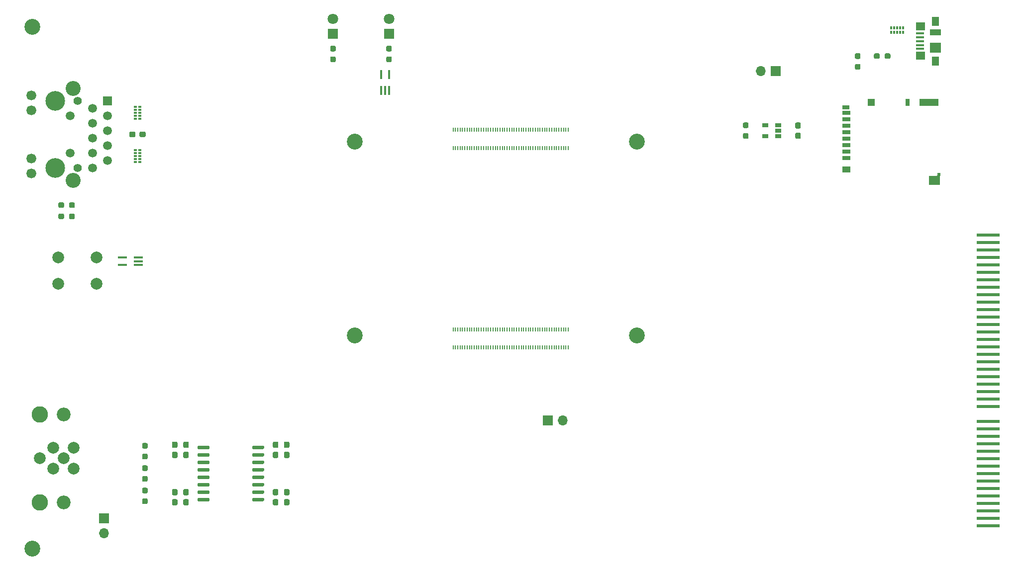
<source format=gbr>
%TF.GenerationSoftware,KiCad,Pcbnew,5.1.9+dfsg1-1~bpo10+1*%
%TF.CreationDate,2021-06-04T12:04:03+02:00*%
%TF.ProjectId,vacctrl_rpi,76616363-7472-46c5-9f72-70692e6b6963,1.0*%
%TF.SameCoordinates,Original*%
%TF.FileFunction,Soldermask,Top*%
%TF.FilePolarity,Negative*%
%FSLAX46Y46*%
G04 Gerber Fmt 4.6, Leading zero omitted, Abs format (unit mm)*
G04 Created by KiCad (PCBNEW 5.1.9+dfsg1-1~bpo10+1) date 2021-06-04 12:04:03*
%MOMM*%
%LPD*%
G01*
G04 APERTURE LIST*
%ADD10C,1.680000*%
%ADD11C,1.508000*%
%ADD12C,1.408000*%
%ADD13R,1.508000X1.508000*%
%ADD14C,2.550000*%
%ADD15C,3.350000*%
%ADD16O,1.700000X1.700000*%
%ADD17R,1.700000X1.700000*%
%ADD18C,0.100000*%
%ADD19R,0.800000X1.200000*%
%ADD20R,0.500000X0.500000*%
%ADD21R,1.400000X0.700000*%
%ADD22R,1.200000X0.700000*%
%ADD23R,3.200000X1.200000*%
%ADD24R,1.200000X1.200000*%
%ADD25R,1.400000X1.000000*%
%ADD26R,1.900000X1.500000*%
%ADD27C,2.700000*%
%ADD28R,0.200000X0.700000*%
%ADD29R,0.550000X0.400000*%
%ADD30R,0.550000X0.300000*%
%ADD31C,2.000000*%
%ADD32C,2.800000*%
%ADD33C,2.350000*%
%ADD34R,4.000000X0.560000*%
%ADD35R,0.400000X0.550000*%
%ADD36R,0.300000X0.550000*%
%ADD37R,1.500000X0.400000*%
%ADD38R,1.060000X0.650000*%
%ADD39R,1.900000X1.000000*%
%ADD40R,1.900000X1.800000*%
%ADD41R,1.300000X1.650000*%
%ADD42R,1.550000X1.425000*%
%ADD43R,1.380000X0.450000*%
%ADD44R,0.400000X1.500000*%
%ADD45C,1.800000*%
%ADD46R,1.800000X1.800000*%
G04 APERTURE END LIST*
D10*
%TO.C,J7*%
X67060000Y-82840000D03*
X67060000Y-80300000D03*
X67060000Y-72100000D03*
X67060000Y-69560000D03*
D11*
X73680000Y-79375000D03*
D12*
X74950000Y-81915000D03*
X74950000Y-70485000D03*
D11*
X73680000Y-73025000D03*
X77470000Y-81915000D03*
X80010000Y-80645000D03*
X77470000Y-79375000D03*
X80010000Y-78105000D03*
X77470000Y-76835000D03*
X80010000Y-75565000D03*
X77470000Y-74295000D03*
X80010000Y-73025000D03*
X77470000Y-71755000D03*
D13*
X80010000Y-70485000D03*
D14*
X74170000Y-84050000D03*
X74170000Y-68350000D03*
D15*
X71120000Y-81915000D03*
X71120000Y-70485000D03*
%TD*%
D16*
%TO.C,JP2*%
X191135000Y-65405000D03*
D17*
X193675000Y-65405000D03*
%TD*%
D16*
%TO.C,J4*%
X157480000Y-124904500D03*
D17*
X154940000Y-124904500D03*
%TD*%
D18*
%TO.C,J1*%
G36*
X221326421Y-83295000D02*
G01*
X221185000Y-83436421D01*
X221043579Y-83295000D01*
X221185000Y-83153579D01*
X221326421Y-83295000D01*
G37*
D19*
X216135000Y-70745000D03*
D20*
X221435000Y-83045000D03*
D21*
X205735000Y-72545000D03*
X205735000Y-73645000D03*
X205735000Y-74745000D03*
X205735000Y-75845000D03*
X205735000Y-76945000D03*
X205735000Y-78045000D03*
X205735000Y-79145000D03*
D22*
X205635000Y-71595000D03*
D23*
X219735000Y-70745000D03*
D24*
X209935000Y-70745000D03*
D25*
X205735000Y-82145000D03*
D26*
X220735000Y-84045000D03*
D21*
X205735000Y-80245000D03*
%TD*%
D27*
%TO.C,U3*%
X122090000Y-110480000D03*
X122090000Y-77480000D03*
X170090000Y-77480000D03*
X170090000Y-110480000D03*
D28*
X138790000Y-78520000D03*
X138790000Y-75440000D03*
X139190000Y-78520000D03*
X139190000Y-75440000D03*
X139590000Y-78520000D03*
X139590000Y-75440000D03*
X139990000Y-78520000D03*
X139990000Y-75440000D03*
X140390000Y-78520000D03*
X140390000Y-75440000D03*
X140790000Y-78520000D03*
X140790000Y-75440000D03*
X141190000Y-78520000D03*
X141190000Y-75440000D03*
X141590000Y-78520000D03*
X141590000Y-75440000D03*
X141990000Y-78520000D03*
X141990000Y-75440000D03*
X142390000Y-78520000D03*
X142390000Y-75440000D03*
X142790000Y-78520000D03*
X142790000Y-75440000D03*
X143190000Y-78520000D03*
X143190000Y-75440000D03*
X143590000Y-78520000D03*
X143590000Y-75440000D03*
X143990000Y-78520000D03*
X143990000Y-75440000D03*
X144390000Y-78520000D03*
X144390000Y-75440000D03*
X144790000Y-78520000D03*
X144790000Y-75440000D03*
X145190000Y-78520000D03*
X145190000Y-75440000D03*
X145590000Y-78520000D03*
X145590000Y-75440000D03*
X145990000Y-78520000D03*
X145990000Y-75440000D03*
X146390000Y-78520000D03*
X146390000Y-75440000D03*
X146790000Y-78520000D03*
X146790000Y-75440000D03*
X147190000Y-78520000D03*
X147190000Y-75440000D03*
X147590000Y-78520000D03*
X147590000Y-75440000D03*
X147990000Y-78520000D03*
X147990000Y-75440000D03*
X148390000Y-78520000D03*
X148390000Y-75440000D03*
X148790000Y-78520000D03*
X148790000Y-75440000D03*
X149190000Y-78520000D03*
X149190000Y-75440000D03*
X149590000Y-78520000D03*
X149590000Y-75440000D03*
X149990000Y-78520000D03*
X149990000Y-75440000D03*
X150390000Y-78520000D03*
X150390000Y-75440000D03*
X150790000Y-78520000D03*
X150790000Y-75440000D03*
X151190000Y-78520000D03*
X151190000Y-75440000D03*
X151590000Y-78520000D03*
X151590000Y-75440000D03*
X151990000Y-78520000D03*
X151990000Y-75440000D03*
X152390000Y-78520000D03*
X152390000Y-75440000D03*
X152790000Y-78520000D03*
X152790000Y-75440000D03*
X153190000Y-78520000D03*
X153190000Y-75440000D03*
X153590000Y-78520000D03*
X153590000Y-75440000D03*
X153990000Y-78520000D03*
X153990000Y-75440000D03*
X154390000Y-78520000D03*
X154390000Y-75440000D03*
X154790000Y-78520000D03*
X154790000Y-75440000D03*
X155190000Y-78520000D03*
X155190000Y-75440000D03*
X155590000Y-78520000D03*
X155590000Y-75440000D03*
X155990000Y-78520000D03*
X155990000Y-75440000D03*
X156390000Y-78520000D03*
X156390000Y-75440000D03*
X156790000Y-78520000D03*
X156790000Y-75440000D03*
X157190000Y-78520000D03*
X157190000Y-75440000D03*
X157590000Y-78520000D03*
X157590000Y-75440000D03*
X157990000Y-78520000D03*
X157990000Y-75440000D03*
X158390000Y-78520000D03*
X158390000Y-75440000D03*
X153590000Y-109440000D03*
X153190000Y-109440000D03*
X155190000Y-109440000D03*
X150790000Y-112520000D03*
X154790000Y-112520000D03*
X150390000Y-112520000D03*
X156390000Y-109440000D03*
X158390000Y-109440000D03*
X149190000Y-109440000D03*
X148390000Y-109440000D03*
X151990000Y-112520000D03*
X151190000Y-109440000D03*
X151590000Y-109440000D03*
X154390000Y-112520000D03*
X157990000Y-112520000D03*
X154790000Y-109440000D03*
X155190000Y-112520000D03*
X152790000Y-112520000D03*
X152390000Y-109440000D03*
X153990000Y-112520000D03*
X151190000Y-112520000D03*
X149990000Y-112520000D03*
X155990000Y-112520000D03*
X158390000Y-112520000D03*
X157990000Y-109440000D03*
X157590000Y-112520000D03*
X157190000Y-109440000D03*
X156390000Y-112520000D03*
X148790000Y-109440000D03*
X151590000Y-112520000D03*
X156790000Y-109440000D03*
X153990000Y-109440000D03*
X148790000Y-112520000D03*
X152790000Y-109440000D03*
X156790000Y-112520000D03*
X157590000Y-109440000D03*
X157190000Y-112520000D03*
X152390000Y-112520000D03*
X155990000Y-109440000D03*
X149590000Y-112520000D03*
X150790000Y-109440000D03*
X148390000Y-112520000D03*
X153590000Y-112520000D03*
X155590000Y-112520000D03*
X153190000Y-112520000D03*
X150390000Y-109440000D03*
X149990000Y-109440000D03*
X155590000Y-109440000D03*
X149590000Y-109440000D03*
X151990000Y-109440000D03*
X149190000Y-112520000D03*
X154390000Y-109440000D03*
X147190000Y-112520000D03*
X145190000Y-109440000D03*
X138790000Y-109440000D03*
X139990000Y-112520000D03*
X139590000Y-109440000D03*
X146790000Y-112520000D03*
X143190000Y-112520000D03*
X146390000Y-109440000D03*
X146390000Y-112520000D03*
X145990000Y-109440000D03*
X145590000Y-112520000D03*
X144390000Y-112520000D03*
X141190000Y-112520000D03*
X145990000Y-112520000D03*
X145590000Y-109440000D03*
X145190000Y-112520000D03*
X143990000Y-112520000D03*
X144790000Y-109440000D03*
X143590000Y-112520000D03*
X139990000Y-109440000D03*
X144790000Y-112520000D03*
X144390000Y-109440000D03*
X142390000Y-112520000D03*
X141990000Y-109440000D03*
X140790000Y-109440000D03*
X143990000Y-109440000D03*
X143590000Y-109440000D03*
X141590000Y-112520000D03*
X143190000Y-109440000D03*
X142390000Y-109440000D03*
X142790000Y-112520000D03*
X141190000Y-109440000D03*
X140390000Y-112520000D03*
X139590000Y-112520000D03*
X138790000Y-112520000D03*
X140390000Y-109440000D03*
X146790000Y-109440000D03*
X142790000Y-109440000D03*
X139190000Y-109440000D03*
X141590000Y-109440000D03*
X140790000Y-112520000D03*
X141990000Y-112520000D03*
X139190000Y-112520000D03*
X147990000Y-109440000D03*
X147990000Y-112520000D03*
X147590000Y-109440000D03*
X147590000Y-112520000D03*
X147190000Y-109440000D03*
%TD*%
%TO.C,R8*%
G36*
G01*
X86597500Y-133560000D02*
X86122500Y-133560000D01*
G75*
G02*
X85885000Y-133322500I0J237500D01*
G01*
X85885000Y-132822500D01*
G75*
G02*
X86122500Y-132585000I237500J0D01*
G01*
X86597500Y-132585000D01*
G75*
G02*
X86835000Y-132822500I0J-237500D01*
G01*
X86835000Y-133322500D01*
G75*
G02*
X86597500Y-133560000I-237500J0D01*
G01*
G37*
G36*
G01*
X86597500Y-135385000D02*
X86122500Y-135385000D01*
G75*
G02*
X85885000Y-135147500I0J237500D01*
G01*
X85885000Y-134647500D01*
G75*
G02*
X86122500Y-134410000I237500J0D01*
G01*
X86597500Y-134410000D01*
G75*
G02*
X86835000Y-134647500I0J-237500D01*
G01*
X86835000Y-135147500D01*
G75*
G02*
X86597500Y-135385000I-237500J0D01*
G01*
G37*
%TD*%
D29*
%TO.C,U8*%
X84705000Y-72517000D03*
D30*
X84705000Y-73517000D03*
X84705000Y-72017000D03*
X84705000Y-71517000D03*
X84705000Y-73017000D03*
X85475000Y-71517000D03*
X85475000Y-72017000D03*
D29*
X85475000Y-72517000D03*
D30*
X85475000Y-73017000D03*
X85475000Y-73517000D03*
%TD*%
D29*
%TO.C,U7*%
X84705000Y-79883000D03*
D30*
X84705000Y-80883000D03*
X84705000Y-79383000D03*
X84705000Y-78883000D03*
X84705000Y-80383000D03*
X85475000Y-78883000D03*
X85475000Y-79383000D03*
D29*
X85475000Y-79883000D03*
D30*
X85475000Y-80383000D03*
X85475000Y-80883000D03*
%TD*%
%TO.C,U5*%
G36*
G01*
X97340000Y-138280000D02*
X97340000Y-138580000D01*
G75*
G02*
X97190000Y-138730000I-150000J0D01*
G01*
X95440000Y-138730000D01*
G75*
G02*
X95290000Y-138580000I0J150000D01*
G01*
X95290000Y-138280000D01*
G75*
G02*
X95440000Y-138130000I150000J0D01*
G01*
X97190000Y-138130000D01*
G75*
G02*
X97340000Y-138280000I0J-150000D01*
G01*
G37*
G36*
G01*
X97340000Y-137010000D02*
X97340000Y-137310000D01*
G75*
G02*
X97190000Y-137460000I-150000J0D01*
G01*
X95440000Y-137460000D01*
G75*
G02*
X95290000Y-137310000I0J150000D01*
G01*
X95290000Y-137010000D01*
G75*
G02*
X95440000Y-136860000I150000J0D01*
G01*
X97190000Y-136860000D01*
G75*
G02*
X97340000Y-137010000I0J-150000D01*
G01*
G37*
G36*
G01*
X97340000Y-135740000D02*
X97340000Y-136040000D01*
G75*
G02*
X97190000Y-136190000I-150000J0D01*
G01*
X95440000Y-136190000D01*
G75*
G02*
X95290000Y-136040000I0J150000D01*
G01*
X95290000Y-135740000D01*
G75*
G02*
X95440000Y-135590000I150000J0D01*
G01*
X97190000Y-135590000D01*
G75*
G02*
X97340000Y-135740000I0J-150000D01*
G01*
G37*
G36*
G01*
X97340000Y-134470000D02*
X97340000Y-134770000D01*
G75*
G02*
X97190000Y-134920000I-150000J0D01*
G01*
X95440000Y-134920000D01*
G75*
G02*
X95290000Y-134770000I0J150000D01*
G01*
X95290000Y-134470000D01*
G75*
G02*
X95440000Y-134320000I150000J0D01*
G01*
X97190000Y-134320000D01*
G75*
G02*
X97340000Y-134470000I0J-150000D01*
G01*
G37*
G36*
G01*
X97340000Y-133200000D02*
X97340000Y-133500000D01*
G75*
G02*
X97190000Y-133650000I-150000J0D01*
G01*
X95440000Y-133650000D01*
G75*
G02*
X95290000Y-133500000I0J150000D01*
G01*
X95290000Y-133200000D01*
G75*
G02*
X95440000Y-133050000I150000J0D01*
G01*
X97190000Y-133050000D01*
G75*
G02*
X97340000Y-133200000I0J-150000D01*
G01*
G37*
G36*
G01*
X97340000Y-131930000D02*
X97340000Y-132230000D01*
G75*
G02*
X97190000Y-132380000I-150000J0D01*
G01*
X95440000Y-132380000D01*
G75*
G02*
X95290000Y-132230000I0J150000D01*
G01*
X95290000Y-131930000D01*
G75*
G02*
X95440000Y-131780000I150000J0D01*
G01*
X97190000Y-131780000D01*
G75*
G02*
X97340000Y-131930000I0J-150000D01*
G01*
G37*
G36*
G01*
X97340000Y-130660000D02*
X97340000Y-130960000D01*
G75*
G02*
X97190000Y-131110000I-150000J0D01*
G01*
X95440000Y-131110000D01*
G75*
G02*
X95290000Y-130960000I0J150000D01*
G01*
X95290000Y-130660000D01*
G75*
G02*
X95440000Y-130510000I150000J0D01*
G01*
X97190000Y-130510000D01*
G75*
G02*
X97340000Y-130660000I0J-150000D01*
G01*
G37*
G36*
G01*
X97340000Y-129390000D02*
X97340000Y-129690000D01*
G75*
G02*
X97190000Y-129840000I-150000J0D01*
G01*
X95440000Y-129840000D01*
G75*
G02*
X95290000Y-129690000I0J150000D01*
G01*
X95290000Y-129390000D01*
G75*
G02*
X95440000Y-129240000I150000J0D01*
G01*
X97190000Y-129240000D01*
G75*
G02*
X97340000Y-129390000I0J-150000D01*
G01*
G37*
G36*
G01*
X106640000Y-129390000D02*
X106640000Y-129690000D01*
G75*
G02*
X106490000Y-129840000I-150000J0D01*
G01*
X104740000Y-129840000D01*
G75*
G02*
X104590000Y-129690000I0J150000D01*
G01*
X104590000Y-129390000D01*
G75*
G02*
X104740000Y-129240000I150000J0D01*
G01*
X106490000Y-129240000D01*
G75*
G02*
X106640000Y-129390000I0J-150000D01*
G01*
G37*
G36*
G01*
X106640000Y-130660000D02*
X106640000Y-130960000D01*
G75*
G02*
X106490000Y-131110000I-150000J0D01*
G01*
X104740000Y-131110000D01*
G75*
G02*
X104590000Y-130960000I0J150000D01*
G01*
X104590000Y-130660000D01*
G75*
G02*
X104740000Y-130510000I150000J0D01*
G01*
X106490000Y-130510000D01*
G75*
G02*
X106640000Y-130660000I0J-150000D01*
G01*
G37*
G36*
G01*
X106640000Y-131930000D02*
X106640000Y-132230000D01*
G75*
G02*
X106490000Y-132380000I-150000J0D01*
G01*
X104740000Y-132380000D01*
G75*
G02*
X104590000Y-132230000I0J150000D01*
G01*
X104590000Y-131930000D01*
G75*
G02*
X104740000Y-131780000I150000J0D01*
G01*
X106490000Y-131780000D01*
G75*
G02*
X106640000Y-131930000I0J-150000D01*
G01*
G37*
G36*
G01*
X106640000Y-133200000D02*
X106640000Y-133500000D01*
G75*
G02*
X106490000Y-133650000I-150000J0D01*
G01*
X104740000Y-133650000D01*
G75*
G02*
X104590000Y-133500000I0J150000D01*
G01*
X104590000Y-133200000D01*
G75*
G02*
X104740000Y-133050000I150000J0D01*
G01*
X106490000Y-133050000D01*
G75*
G02*
X106640000Y-133200000I0J-150000D01*
G01*
G37*
G36*
G01*
X106640000Y-134470000D02*
X106640000Y-134770000D01*
G75*
G02*
X106490000Y-134920000I-150000J0D01*
G01*
X104740000Y-134920000D01*
G75*
G02*
X104590000Y-134770000I0J150000D01*
G01*
X104590000Y-134470000D01*
G75*
G02*
X104740000Y-134320000I150000J0D01*
G01*
X106490000Y-134320000D01*
G75*
G02*
X106640000Y-134470000I0J-150000D01*
G01*
G37*
G36*
G01*
X106640000Y-135740000D02*
X106640000Y-136040000D01*
G75*
G02*
X106490000Y-136190000I-150000J0D01*
G01*
X104740000Y-136190000D01*
G75*
G02*
X104590000Y-136040000I0J150000D01*
G01*
X104590000Y-135740000D01*
G75*
G02*
X104740000Y-135590000I150000J0D01*
G01*
X106490000Y-135590000D01*
G75*
G02*
X106640000Y-135740000I0J-150000D01*
G01*
G37*
G36*
G01*
X106640000Y-137010000D02*
X106640000Y-137310000D01*
G75*
G02*
X106490000Y-137460000I-150000J0D01*
G01*
X104740000Y-137460000D01*
G75*
G02*
X104590000Y-137310000I0J150000D01*
G01*
X104590000Y-137010000D01*
G75*
G02*
X104740000Y-136860000I150000J0D01*
G01*
X106490000Y-136860000D01*
G75*
G02*
X106640000Y-137010000I0J-150000D01*
G01*
G37*
G36*
G01*
X106640000Y-138280000D02*
X106640000Y-138580000D01*
G75*
G02*
X106490000Y-138730000I-150000J0D01*
G01*
X104740000Y-138730000D01*
G75*
G02*
X104590000Y-138580000I0J150000D01*
G01*
X104590000Y-138280000D01*
G75*
G02*
X104740000Y-138130000I150000J0D01*
G01*
X106490000Y-138130000D01*
G75*
G02*
X106640000Y-138280000I0J-150000D01*
G01*
G37*
%TD*%
%TO.C,R9*%
G36*
G01*
X86597500Y-129750000D02*
X86122500Y-129750000D01*
G75*
G02*
X85885000Y-129512500I0J237500D01*
G01*
X85885000Y-129012500D01*
G75*
G02*
X86122500Y-128775000I237500J0D01*
G01*
X86597500Y-128775000D01*
G75*
G02*
X86835000Y-129012500I0J-237500D01*
G01*
X86835000Y-129512500D01*
G75*
G02*
X86597500Y-129750000I-237500J0D01*
G01*
G37*
G36*
G01*
X86597500Y-131575000D02*
X86122500Y-131575000D01*
G75*
G02*
X85885000Y-131337500I0J237500D01*
G01*
X85885000Y-130837500D01*
G75*
G02*
X86122500Y-130600000I237500J0D01*
G01*
X86597500Y-130600000D01*
G75*
G02*
X86835000Y-130837500I0J-237500D01*
G01*
X86835000Y-131337500D01*
G75*
G02*
X86597500Y-131575000I-237500J0D01*
G01*
G37*
%TD*%
%TO.C,R7*%
G36*
G01*
X86597500Y-137370000D02*
X86122500Y-137370000D01*
G75*
G02*
X85885000Y-137132500I0J237500D01*
G01*
X85885000Y-136632500D01*
G75*
G02*
X86122500Y-136395000I237500J0D01*
G01*
X86597500Y-136395000D01*
G75*
G02*
X86835000Y-136632500I0J-237500D01*
G01*
X86835000Y-137132500D01*
G75*
G02*
X86597500Y-137370000I-237500J0D01*
G01*
G37*
G36*
G01*
X86597500Y-139195000D02*
X86122500Y-139195000D01*
G75*
G02*
X85885000Y-138957500I0J237500D01*
G01*
X85885000Y-138457500D01*
G75*
G02*
X86122500Y-138220000I237500J0D01*
G01*
X86597500Y-138220000D01*
G75*
G02*
X86835000Y-138457500I0J-237500D01*
G01*
X86835000Y-138957500D01*
G75*
G02*
X86597500Y-139195000I-237500J0D01*
G01*
G37*
%TD*%
%TO.C,R4*%
G36*
G01*
X72600000Y-89932500D02*
X72600000Y-90407500D01*
G75*
G02*
X72362500Y-90645000I-237500J0D01*
G01*
X71862500Y-90645000D01*
G75*
G02*
X71625000Y-90407500I0J237500D01*
G01*
X71625000Y-89932500D01*
G75*
G02*
X71862500Y-89695000I237500J0D01*
G01*
X72362500Y-89695000D01*
G75*
G02*
X72600000Y-89932500I0J-237500D01*
G01*
G37*
G36*
G01*
X74425000Y-89932500D02*
X74425000Y-90407500D01*
G75*
G02*
X74187500Y-90645000I-237500J0D01*
G01*
X73687500Y-90645000D01*
G75*
G02*
X73450000Y-90407500I0J237500D01*
G01*
X73450000Y-89932500D01*
G75*
G02*
X73687500Y-89695000I237500J0D01*
G01*
X74187500Y-89695000D01*
G75*
G02*
X74425000Y-89932500I0J-237500D01*
G01*
G37*
%TD*%
%TO.C,R3*%
G36*
G01*
X73450000Y-88502500D02*
X73450000Y-88027500D01*
G75*
G02*
X73687500Y-87790000I237500J0D01*
G01*
X74187500Y-87790000D01*
G75*
G02*
X74425000Y-88027500I0J-237500D01*
G01*
X74425000Y-88502500D01*
G75*
G02*
X74187500Y-88740000I-237500J0D01*
G01*
X73687500Y-88740000D01*
G75*
G02*
X73450000Y-88502500I0J237500D01*
G01*
G37*
G36*
G01*
X71625000Y-88502500D02*
X71625000Y-88027500D01*
G75*
G02*
X71862500Y-87790000I237500J0D01*
G01*
X72362500Y-87790000D01*
G75*
G02*
X72600000Y-88027500I0J-237500D01*
G01*
X72600000Y-88502500D01*
G75*
G02*
X72362500Y-88740000I-237500J0D01*
G01*
X71862500Y-88740000D01*
G75*
G02*
X71625000Y-88502500I0J237500D01*
G01*
G37*
%TD*%
D16*
%TO.C,JP1*%
X79375000Y-144145000D03*
D17*
X79375000Y-141605000D03*
%TD*%
D31*
%TO.C,J6*%
X68500000Y-131400000D03*
D32*
X68500000Y-138900000D03*
X68500000Y-123900000D03*
D33*
X72500000Y-138900000D03*
X72500000Y-123900000D03*
D31*
X72500000Y-131400000D03*
X70732233Y-129632233D03*
X70732233Y-133167767D03*
X74267767Y-133167767D03*
X74267767Y-129632233D03*
%TD*%
D34*
%TO.C,J5*%
X229830000Y-93335000D03*
X229830000Y-94605000D03*
X229830000Y-95875000D03*
X229830000Y-97145000D03*
X229830000Y-98415000D03*
X229830000Y-99685000D03*
X229830000Y-100955000D03*
X229830000Y-102225000D03*
X229830000Y-103495000D03*
X229830000Y-104765000D03*
X229830000Y-106035000D03*
X229830000Y-107305000D03*
X229830000Y-108575000D03*
X229830000Y-109845000D03*
X229830000Y-111115000D03*
X229830000Y-112385000D03*
X229830000Y-113655000D03*
X229830000Y-114925000D03*
X229830000Y-116195000D03*
X229830000Y-117465000D03*
X229830000Y-118735000D03*
X229830000Y-120005000D03*
X229830000Y-121275000D03*
X229830000Y-122545000D03*
X229830000Y-125085000D03*
X229830000Y-126355000D03*
X229830000Y-127625000D03*
X229830000Y-128895000D03*
X229830000Y-130165000D03*
X229830000Y-131435000D03*
X229830000Y-132705000D03*
X229830000Y-133975000D03*
X229830000Y-135245000D03*
X229830000Y-136515000D03*
X229830000Y-137785000D03*
X229830000Y-139055000D03*
X229830000Y-140325000D03*
X229830000Y-141595000D03*
X229830000Y-142865000D03*
%TD*%
%TO.C,C11*%
G36*
G01*
X91202500Y-138347500D02*
X91677500Y-138347500D01*
G75*
G02*
X91915000Y-138585000I0J-237500D01*
G01*
X91915000Y-139185000D01*
G75*
G02*
X91677500Y-139422500I-237500J0D01*
G01*
X91202500Y-139422500D01*
G75*
G02*
X90965000Y-139185000I0J237500D01*
G01*
X90965000Y-138585000D01*
G75*
G02*
X91202500Y-138347500I237500J0D01*
G01*
G37*
G36*
G01*
X91202500Y-136622500D02*
X91677500Y-136622500D01*
G75*
G02*
X91915000Y-136860000I0J-237500D01*
G01*
X91915000Y-137460000D01*
G75*
G02*
X91677500Y-137697500I-237500J0D01*
G01*
X91202500Y-137697500D01*
G75*
G02*
X90965000Y-137460000I0J237500D01*
G01*
X90965000Y-136860000D01*
G75*
G02*
X91202500Y-136622500I237500J0D01*
G01*
G37*
%TD*%
%TO.C,C10*%
G36*
G01*
X93107500Y-138347500D02*
X93582500Y-138347500D01*
G75*
G02*
X93820000Y-138585000I0J-237500D01*
G01*
X93820000Y-139185000D01*
G75*
G02*
X93582500Y-139422500I-237500J0D01*
G01*
X93107500Y-139422500D01*
G75*
G02*
X92870000Y-139185000I0J237500D01*
G01*
X92870000Y-138585000D01*
G75*
G02*
X93107500Y-138347500I237500J0D01*
G01*
G37*
G36*
G01*
X93107500Y-136622500D02*
X93582500Y-136622500D01*
G75*
G02*
X93820000Y-136860000I0J-237500D01*
G01*
X93820000Y-137460000D01*
G75*
G02*
X93582500Y-137697500I-237500J0D01*
G01*
X93107500Y-137697500D01*
G75*
G02*
X92870000Y-137460000I0J237500D01*
G01*
X92870000Y-136860000D01*
G75*
G02*
X93107500Y-136622500I237500J0D01*
G01*
G37*
%TD*%
%TO.C,C9*%
G36*
G01*
X93582500Y-129622500D02*
X93107500Y-129622500D01*
G75*
G02*
X92870000Y-129385000I0J237500D01*
G01*
X92870000Y-128785000D01*
G75*
G02*
X93107500Y-128547500I237500J0D01*
G01*
X93582500Y-128547500D01*
G75*
G02*
X93820000Y-128785000I0J-237500D01*
G01*
X93820000Y-129385000D01*
G75*
G02*
X93582500Y-129622500I-237500J0D01*
G01*
G37*
G36*
G01*
X93582500Y-131347500D02*
X93107500Y-131347500D01*
G75*
G02*
X92870000Y-131110000I0J237500D01*
G01*
X92870000Y-130510000D01*
G75*
G02*
X93107500Y-130272500I237500J0D01*
G01*
X93582500Y-130272500D01*
G75*
G02*
X93820000Y-130510000I0J-237500D01*
G01*
X93820000Y-131110000D01*
G75*
G02*
X93582500Y-131347500I-237500J0D01*
G01*
G37*
%TD*%
%TO.C,C7*%
G36*
G01*
X91677500Y-129622500D02*
X91202500Y-129622500D01*
G75*
G02*
X90965000Y-129385000I0J237500D01*
G01*
X90965000Y-128785000D01*
G75*
G02*
X91202500Y-128547500I237500J0D01*
G01*
X91677500Y-128547500D01*
G75*
G02*
X91915000Y-128785000I0J-237500D01*
G01*
X91915000Y-129385000D01*
G75*
G02*
X91677500Y-129622500I-237500J0D01*
G01*
G37*
G36*
G01*
X91677500Y-131347500D02*
X91202500Y-131347500D01*
G75*
G02*
X90965000Y-131110000I0J237500D01*
G01*
X90965000Y-130510000D01*
G75*
G02*
X91202500Y-130272500I237500J0D01*
G01*
X91677500Y-130272500D01*
G75*
G02*
X91915000Y-130510000I0J-237500D01*
G01*
X91915000Y-131110000D01*
G75*
G02*
X91677500Y-131347500I-237500J0D01*
G01*
G37*
%TD*%
%TO.C,C6*%
G36*
G01*
X110252500Y-138347500D02*
X110727500Y-138347500D01*
G75*
G02*
X110965000Y-138585000I0J-237500D01*
G01*
X110965000Y-139185000D01*
G75*
G02*
X110727500Y-139422500I-237500J0D01*
G01*
X110252500Y-139422500D01*
G75*
G02*
X110015000Y-139185000I0J237500D01*
G01*
X110015000Y-138585000D01*
G75*
G02*
X110252500Y-138347500I237500J0D01*
G01*
G37*
G36*
G01*
X110252500Y-136622500D02*
X110727500Y-136622500D01*
G75*
G02*
X110965000Y-136860000I0J-237500D01*
G01*
X110965000Y-137460000D01*
G75*
G02*
X110727500Y-137697500I-237500J0D01*
G01*
X110252500Y-137697500D01*
G75*
G02*
X110015000Y-137460000I0J237500D01*
G01*
X110015000Y-136860000D01*
G75*
G02*
X110252500Y-136622500I237500J0D01*
G01*
G37*
%TD*%
%TO.C,C5*%
G36*
G01*
X108347500Y-138347500D02*
X108822500Y-138347500D01*
G75*
G02*
X109060000Y-138585000I0J-237500D01*
G01*
X109060000Y-139185000D01*
G75*
G02*
X108822500Y-139422500I-237500J0D01*
G01*
X108347500Y-139422500D01*
G75*
G02*
X108110000Y-139185000I0J237500D01*
G01*
X108110000Y-138585000D01*
G75*
G02*
X108347500Y-138347500I237500J0D01*
G01*
G37*
G36*
G01*
X108347500Y-136622500D02*
X108822500Y-136622500D01*
G75*
G02*
X109060000Y-136860000I0J-237500D01*
G01*
X109060000Y-137460000D01*
G75*
G02*
X108822500Y-137697500I-237500J0D01*
G01*
X108347500Y-137697500D01*
G75*
G02*
X108110000Y-137460000I0J237500D01*
G01*
X108110000Y-136860000D01*
G75*
G02*
X108347500Y-136622500I237500J0D01*
G01*
G37*
%TD*%
%TO.C,C4*%
G36*
G01*
X110727500Y-129622500D02*
X110252500Y-129622500D01*
G75*
G02*
X110015000Y-129385000I0J237500D01*
G01*
X110015000Y-128785000D01*
G75*
G02*
X110252500Y-128547500I237500J0D01*
G01*
X110727500Y-128547500D01*
G75*
G02*
X110965000Y-128785000I0J-237500D01*
G01*
X110965000Y-129385000D01*
G75*
G02*
X110727500Y-129622500I-237500J0D01*
G01*
G37*
G36*
G01*
X110727500Y-131347500D02*
X110252500Y-131347500D01*
G75*
G02*
X110015000Y-131110000I0J237500D01*
G01*
X110015000Y-130510000D01*
G75*
G02*
X110252500Y-130272500I237500J0D01*
G01*
X110727500Y-130272500D01*
G75*
G02*
X110965000Y-130510000I0J-237500D01*
G01*
X110965000Y-131110000D01*
G75*
G02*
X110727500Y-131347500I-237500J0D01*
G01*
G37*
%TD*%
%TO.C,C3*%
G36*
G01*
X108822500Y-129622500D02*
X108347500Y-129622500D01*
G75*
G02*
X108110000Y-129385000I0J237500D01*
G01*
X108110000Y-128785000D01*
G75*
G02*
X108347500Y-128547500I237500J0D01*
G01*
X108822500Y-128547500D01*
G75*
G02*
X109060000Y-128785000I0J-237500D01*
G01*
X109060000Y-129385000D01*
G75*
G02*
X108822500Y-129622500I-237500J0D01*
G01*
G37*
G36*
G01*
X108822500Y-131347500D02*
X108347500Y-131347500D01*
G75*
G02*
X108110000Y-131110000I0J237500D01*
G01*
X108110000Y-130510000D01*
G75*
G02*
X108347500Y-130272500I237500J0D01*
G01*
X108822500Y-130272500D01*
G75*
G02*
X109060000Y-130510000I0J-237500D01*
G01*
X109060000Y-131110000D01*
G75*
G02*
X108822500Y-131347500I-237500J0D01*
G01*
G37*
%TD*%
%TO.C,C1*%
G36*
G01*
X84765000Y-75962500D02*
X84765000Y-76437500D01*
G75*
G02*
X84527500Y-76675000I-237500J0D01*
G01*
X83927500Y-76675000D01*
G75*
G02*
X83690000Y-76437500I0J237500D01*
G01*
X83690000Y-75962500D01*
G75*
G02*
X83927500Y-75725000I237500J0D01*
G01*
X84527500Y-75725000D01*
G75*
G02*
X84765000Y-75962500I0J-237500D01*
G01*
G37*
G36*
G01*
X86490000Y-75962500D02*
X86490000Y-76437500D01*
G75*
G02*
X86252500Y-76675000I-237500J0D01*
G01*
X85652500Y-76675000D01*
G75*
G02*
X85415000Y-76437500I0J237500D01*
G01*
X85415000Y-75962500D01*
G75*
G02*
X85652500Y-75725000I237500J0D01*
G01*
X86252500Y-75725000D01*
G75*
G02*
X86490000Y-75962500I0J-237500D01*
G01*
G37*
%TD*%
D35*
%TO.C,U4*%
X214376000Y-58035000D03*
D36*
X213376000Y-58035000D03*
X214876000Y-58035000D03*
X215376000Y-58035000D03*
X213876000Y-58035000D03*
X215376000Y-58805000D03*
X214876000Y-58805000D03*
D35*
X214376000Y-58805000D03*
D36*
X213876000Y-58805000D03*
X213376000Y-58805000D03*
%TD*%
%TO.C,R13*%
G36*
G01*
X188832500Y-75140000D02*
X188357500Y-75140000D01*
G75*
G02*
X188120000Y-74902500I0J237500D01*
G01*
X188120000Y-74402500D01*
G75*
G02*
X188357500Y-74165000I237500J0D01*
G01*
X188832500Y-74165000D01*
G75*
G02*
X189070000Y-74402500I0J-237500D01*
G01*
X189070000Y-74902500D01*
G75*
G02*
X188832500Y-75140000I-237500J0D01*
G01*
G37*
G36*
G01*
X188832500Y-76965000D02*
X188357500Y-76965000D01*
G75*
G02*
X188120000Y-76727500I0J237500D01*
G01*
X188120000Y-76227500D01*
G75*
G02*
X188357500Y-75990000I237500J0D01*
G01*
X188832500Y-75990000D01*
G75*
G02*
X189070000Y-76227500I0J-237500D01*
G01*
X189070000Y-76727500D01*
G75*
G02*
X188832500Y-76965000I-237500J0D01*
G01*
G37*
%TD*%
D37*
%TO.C,U2*%
X82550000Y-98455000D03*
X82550000Y-97155000D03*
X85210000Y-97155000D03*
X85210000Y-97805000D03*
X85210000Y-98455000D03*
%TD*%
D38*
%TO.C,U6*%
X191940000Y-76515000D03*
X191940000Y-74615000D03*
X194140000Y-74615000D03*
X194140000Y-75565000D03*
X194140000Y-76515000D03*
%TD*%
%TO.C,R6*%
G36*
G01*
X207407500Y-64202500D02*
X207882500Y-64202500D01*
G75*
G02*
X208120000Y-64440000I0J-237500D01*
G01*
X208120000Y-64940000D01*
G75*
G02*
X207882500Y-65177500I-237500J0D01*
G01*
X207407500Y-65177500D01*
G75*
G02*
X207170000Y-64940000I0J237500D01*
G01*
X207170000Y-64440000D01*
G75*
G02*
X207407500Y-64202500I237500J0D01*
G01*
G37*
G36*
G01*
X207407500Y-62377500D02*
X207882500Y-62377500D01*
G75*
G02*
X208120000Y-62615000I0J-237500D01*
G01*
X208120000Y-63115000D01*
G75*
G02*
X207882500Y-63352500I-237500J0D01*
G01*
X207407500Y-63352500D01*
G75*
G02*
X207170000Y-63115000I0J237500D01*
G01*
X207170000Y-62615000D01*
G75*
G02*
X207407500Y-62377500I237500J0D01*
G01*
G37*
%TD*%
%TO.C,R5*%
G36*
G01*
X212237500Y-63102500D02*
X212237500Y-62627500D01*
G75*
G02*
X212475000Y-62390000I237500J0D01*
G01*
X212975000Y-62390000D01*
G75*
G02*
X213212500Y-62627500I0J-237500D01*
G01*
X213212500Y-63102500D01*
G75*
G02*
X212975000Y-63340000I-237500J0D01*
G01*
X212475000Y-63340000D01*
G75*
G02*
X212237500Y-63102500I0J237500D01*
G01*
G37*
G36*
G01*
X210412500Y-63102500D02*
X210412500Y-62627500D01*
G75*
G02*
X210650000Y-62390000I237500J0D01*
G01*
X211150000Y-62390000D01*
G75*
G02*
X211387500Y-62627500I0J-237500D01*
G01*
X211387500Y-63102500D01*
G75*
G02*
X211150000Y-63340000I-237500J0D01*
G01*
X210650000Y-63340000D01*
G75*
G02*
X210412500Y-63102500I0J237500D01*
G01*
G37*
%TD*%
D39*
%TO.C,J3*%
X220910000Y-58775000D03*
D40*
X220910000Y-61475000D03*
D41*
X220910000Y-56950000D03*
X220910000Y-63700000D03*
D42*
X218335000Y-57837500D03*
X218335000Y-62812500D03*
D43*
X218250000Y-59025000D03*
X218250000Y-59675000D03*
X218250000Y-60325000D03*
X218250000Y-60975000D03*
X218250000Y-61625000D03*
%TD*%
D44*
%TO.C,U1*%
X126589000Y-66040000D03*
X127889000Y-66040000D03*
X127889000Y-68700000D03*
X127239000Y-68700000D03*
X126589000Y-68700000D03*
%TD*%
D31*
%TO.C,SW1*%
X78105000Y-97155000D03*
X78105000Y-101655000D03*
X71605000Y-97155000D03*
X71605000Y-101655000D03*
%TD*%
%TO.C,R1*%
G36*
G01*
X127651500Y-62932500D02*
X128126500Y-62932500D01*
G75*
G02*
X128364000Y-63170000I0J-237500D01*
G01*
X128364000Y-63670000D01*
G75*
G02*
X128126500Y-63907500I-237500J0D01*
G01*
X127651500Y-63907500D01*
G75*
G02*
X127414000Y-63670000I0J237500D01*
G01*
X127414000Y-63170000D01*
G75*
G02*
X127651500Y-62932500I237500J0D01*
G01*
G37*
G36*
G01*
X127651500Y-61107500D02*
X128126500Y-61107500D01*
G75*
G02*
X128364000Y-61345000I0J-237500D01*
G01*
X128364000Y-61845000D01*
G75*
G02*
X128126500Y-62082500I-237500J0D01*
G01*
X127651500Y-62082500D01*
G75*
G02*
X127414000Y-61845000I0J237500D01*
G01*
X127414000Y-61345000D01*
G75*
G02*
X127651500Y-61107500I237500J0D01*
G01*
G37*
%TD*%
%TO.C,R2*%
G36*
G01*
X118601500Y-62082500D02*
X118126500Y-62082500D01*
G75*
G02*
X117889000Y-61845000I0J237500D01*
G01*
X117889000Y-61345000D01*
G75*
G02*
X118126500Y-61107500I237500J0D01*
G01*
X118601500Y-61107500D01*
G75*
G02*
X118839000Y-61345000I0J-237500D01*
G01*
X118839000Y-61845000D01*
G75*
G02*
X118601500Y-62082500I-237500J0D01*
G01*
G37*
G36*
G01*
X118601500Y-63907500D02*
X118126500Y-63907500D01*
G75*
G02*
X117889000Y-63670000I0J237500D01*
G01*
X117889000Y-63170000D01*
G75*
G02*
X118126500Y-62932500I237500J0D01*
G01*
X118601500Y-62932500D01*
G75*
G02*
X118839000Y-63170000I0J-237500D01*
G01*
X118839000Y-63670000D01*
G75*
G02*
X118601500Y-63907500I-237500J0D01*
G01*
G37*
%TD*%
D45*
%TO.C,D2*%
X118364000Y-56515000D03*
D46*
X118364000Y-59055000D03*
%TD*%
D45*
%TO.C,D1*%
X127889000Y-56515000D03*
D46*
X127889000Y-59055000D03*
%TD*%
D27*
%TO.C,H2*%
X67200000Y-57860000D03*
%TD*%
%TO.C,H1*%
X67200000Y-146760000D03*
%TD*%
%TO.C,C12*%
G36*
G01*
X197722500Y-75215000D02*
X197247500Y-75215000D01*
G75*
G02*
X197010000Y-74977500I0J237500D01*
G01*
X197010000Y-74402500D01*
G75*
G02*
X197247500Y-74165000I237500J0D01*
G01*
X197722500Y-74165000D01*
G75*
G02*
X197960000Y-74402500I0J-237500D01*
G01*
X197960000Y-74977500D01*
G75*
G02*
X197722500Y-75215000I-237500J0D01*
G01*
G37*
G36*
G01*
X197722500Y-76965000D02*
X197247500Y-76965000D01*
G75*
G02*
X197010000Y-76727500I0J237500D01*
G01*
X197010000Y-76152500D01*
G75*
G02*
X197247500Y-75915000I237500J0D01*
G01*
X197722500Y-75915000D01*
G75*
G02*
X197960000Y-76152500I0J-237500D01*
G01*
X197960000Y-76727500D01*
G75*
G02*
X197722500Y-76965000I-237500J0D01*
G01*
G37*
%TD*%
M02*

</source>
